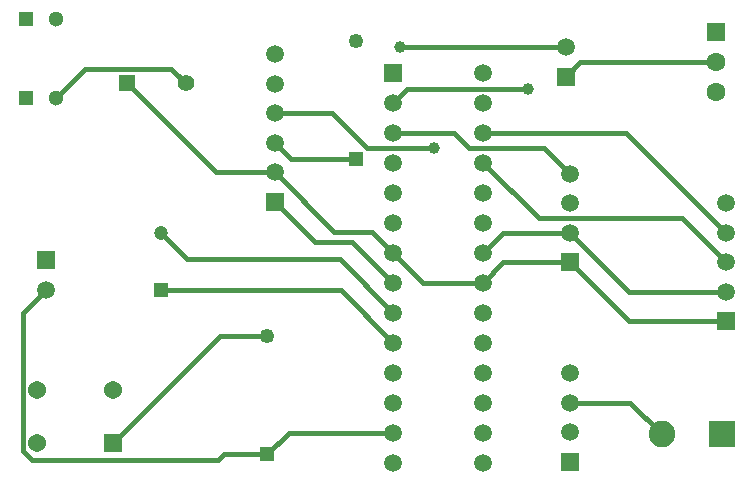
<source format=gbl>
G04*
G04 #@! TF.GenerationSoftware,Altium Limited,Altium Designer,23.0.1 (38)*
G04*
G04 Layer_Physical_Order=2*
G04 Layer_Color=16711680*
%FSLAX25Y25*%
%MOIN*%
G70*
G04*
G04 #@! TF.SameCoordinates,3541F037-1E4E-4125-B444-BB1E2F39CCB3*
G04*
G04*
G04 #@! TF.FilePolarity,Positive*
G04*
G01*
G75*
%ADD24R,0.06063X0.06063*%
%ADD25C,0.06063*%
%ADD30C,0.04921*%
%ADD31R,0.04921X0.04921*%
%ADD35C,0.01500*%
%ADD36R,0.05118X0.05118*%
%ADD37C,0.05118*%
%ADD38R,0.04724X0.04724*%
%ADD39C,0.04724*%
%ADD40R,0.05937X0.05937*%
%ADD41C,0.05937*%
%ADD42C,0.06299*%
%ADD43R,0.06299X0.06299*%
%ADD44R,0.08858X0.08858*%
%ADD45C,0.08858*%
%ADD46C,0.05906*%
%ADD47R,0.05906X0.05906*%
%ADD48R,0.05512X0.05512*%
%ADD49C,0.05512*%
%ADD50C,0.03937*%
D24*
X60295Y30142D02*
D03*
D25*
Y47858D02*
D03*
X34705Y30142D02*
D03*
Y47858D02*
D03*
D30*
X141000Y164185D02*
D03*
X111500Y65685D02*
D03*
D31*
X141000Y124815D02*
D03*
X111500Y26315D02*
D03*
D35*
X60295Y30142D02*
X95838Y65685D01*
X111500D01*
X114067Y110394D02*
X127361Y97100D01*
X139900D01*
X153500Y83500D01*
X79543Y154800D02*
X84343Y150000D01*
X50800Y154800D02*
X79543D01*
X41000Y145000D02*
X50800Y154800D01*
X183500Y93500D02*
X190079Y100079D01*
X212567D01*
X232146Y80500D01*
X264500D01*
X212567Y43421D02*
X232579D01*
X243000Y33000D01*
X211000Y152158D02*
X215842Y157000D01*
X261000D01*
X183500Y123500D02*
X202000Y105000D01*
X249843D01*
X264500Y90343D01*
X183500Y133500D02*
X231185D01*
X264500Y100185D01*
X114067Y130079D02*
X119331Y124815D01*
X141000D01*
X114067Y139921D02*
X133279D01*
X144700Y128500D01*
X167097D01*
X76000Y80894D02*
X136106D01*
X153500Y63500D01*
X76000Y100106D02*
X84806Y91300D01*
X135700D01*
X153500Y73500D01*
X64657Y150000D02*
X94421Y120236D01*
X114067D01*
X133903Y100400D01*
X146600D01*
X153500Y93500D01*
X163500Y83500D01*
X183500D01*
X190236Y90236D01*
X212567D01*
X232146Y70658D01*
X264500D01*
X30100Y73246D02*
X37933Y81079D01*
X30100Y27300D02*
Y73246D01*
Y27300D02*
X33100Y24300D01*
X94985D01*
X97000Y26315D01*
X111500D01*
X118685Y33500D01*
X153500D01*
X155800Y162000D02*
X211000D01*
X153500Y143500D02*
X158100Y148100D01*
X198500D01*
X153500Y133500D02*
X173900D01*
X178900Y128500D01*
X203831D01*
X212567Y119764D01*
D36*
X31000Y171500D02*
D03*
Y145000D02*
D03*
D37*
X41000Y171500D02*
D03*
Y145000D02*
D03*
D38*
X76000Y80894D02*
D03*
D39*
Y100106D02*
D03*
D40*
X264500Y70658D02*
D03*
X212567Y23736D02*
D03*
Y90236D02*
D03*
X211000Y152158D02*
D03*
X114067Y110394D02*
D03*
X37933Y90921D02*
D03*
D41*
X264500Y80500D02*
D03*
Y90343D02*
D03*
Y100185D02*
D03*
Y110028D02*
D03*
X212567Y33579D02*
D03*
Y43421D02*
D03*
Y53264D02*
D03*
Y100079D02*
D03*
Y109921D02*
D03*
Y119764D02*
D03*
X211000Y162000D02*
D03*
X114067Y120236D02*
D03*
Y130079D02*
D03*
Y139921D02*
D03*
Y149764D02*
D03*
Y159606D02*
D03*
X37933Y81079D02*
D03*
D42*
X261000Y147000D02*
D03*
Y157000D02*
D03*
D43*
Y167000D02*
D03*
D44*
X263000Y33000D02*
D03*
D45*
X243000D02*
D03*
D46*
X183500Y23500D02*
D03*
Y33500D02*
D03*
Y43500D02*
D03*
Y53500D02*
D03*
Y63500D02*
D03*
Y73500D02*
D03*
Y83500D02*
D03*
Y93500D02*
D03*
Y103500D02*
D03*
Y113500D02*
D03*
Y123500D02*
D03*
Y133500D02*
D03*
Y143500D02*
D03*
Y153500D02*
D03*
X153500Y23500D02*
D03*
Y33500D02*
D03*
Y43500D02*
D03*
Y53500D02*
D03*
Y63500D02*
D03*
Y73500D02*
D03*
Y83500D02*
D03*
Y93500D02*
D03*
Y103500D02*
D03*
Y113500D02*
D03*
Y123500D02*
D03*
Y133500D02*
D03*
Y143500D02*
D03*
D47*
Y153500D02*
D03*
D48*
X64657Y150000D02*
D03*
D49*
X84343D02*
D03*
D50*
X167097Y128500D02*
D03*
X155800Y162000D02*
D03*
X198500Y148100D02*
D03*
M02*

</source>
